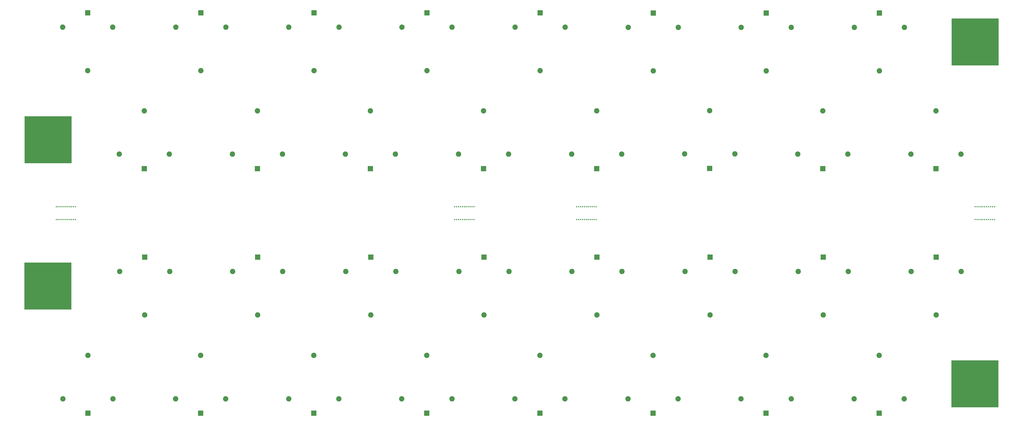
<source format=gbs>
G04 #@! TF.GenerationSoftware,KiCad,Pcbnew,7.0.2*
G04 #@! TF.CreationDate,2024-02-27T17:42:23-06:00*
G04 #@! TF.ProjectId,CapBankBreakout,43617042-616e-46b4-9272-65616b6f7574,rev?*
G04 #@! TF.SameCoordinates,Original*
G04 #@! TF.FileFunction,Soldermask,Bot*
G04 #@! TF.FilePolarity,Negative*
%FSLAX46Y46*%
G04 Gerber Fmt 4.6, Leading zero omitted, Abs format (unit mm)*
G04 Created by KiCad (PCBNEW 7.0.2) date 2024-02-27 17:42:23*
%MOMM*%
%LPD*%
G01*
G04 APERTURE LIST*
%ADD10R,18.288000X18.288000*%
%ADD11C,0.500000*%
%ADD12R,2.082800X2.082800*%
%ADD13C,2.082800*%
G04 APERTURE END LIST*
D10*
X135585000Y-168965000D03*
D11*
X341250000Y-195000000D03*
X341250000Y-200000000D03*
X342000000Y-195000000D03*
X342000000Y-195000000D03*
X342000000Y-200000000D03*
X342000000Y-200000000D03*
X342750000Y-195000000D03*
X342750000Y-200000000D03*
X343500000Y-195000000D03*
X343500000Y-200000000D03*
X344250000Y-195000000D03*
X344250000Y-200000000D03*
X345000000Y-195000000D03*
X345000000Y-200000000D03*
X345750000Y-195000000D03*
X345750000Y-200000000D03*
X346500000Y-195000000D03*
X346500000Y-200000000D03*
X347250000Y-195000000D03*
X347250000Y-200000000D03*
X348000000Y-195000000D03*
X348000000Y-200000000D03*
X348750000Y-195000000D03*
X348750000Y-200000000D03*
D12*
X216994998Y-180175709D03*
D13*
X216994998Y-157675709D03*
X226737784Y-174550709D03*
X207252212Y-174550709D03*
D12*
X414927000Y-275457559D03*
D13*
X414927000Y-252957559D03*
X424669786Y-269832559D03*
X405184214Y-269832559D03*
D12*
X282927000Y-275457559D03*
D13*
X282927000Y-252957559D03*
X292669786Y-269832559D03*
X273184214Y-269832559D03*
D12*
X349130000Y-214649968D03*
D13*
X349130000Y-237149968D03*
X339387214Y-220274968D03*
X358872786Y-220274968D03*
D12*
X282994998Y-119495409D03*
D13*
X282994998Y-141995409D03*
X273252212Y-125120409D03*
X292737784Y-125120409D03*
D11*
X146250000Y-200000000D03*
X146250000Y-195000000D03*
X145500000Y-200000000D03*
X145500000Y-200000000D03*
X145500000Y-195000000D03*
X145500000Y-195000000D03*
X144750000Y-200000000D03*
X144750000Y-195000000D03*
X144000000Y-200000000D03*
X144000000Y-195000000D03*
X143250000Y-200000000D03*
X143250000Y-195000000D03*
X142500000Y-200000000D03*
X142500000Y-195000000D03*
X141750000Y-200000000D03*
X141750000Y-195000000D03*
X141000000Y-200000000D03*
X141000000Y-195000000D03*
X140250000Y-200000000D03*
X140250000Y-195000000D03*
X139500000Y-200000000D03*
X139500000Y-195000000D03*
X138750000Y-200000000D03*
X138750000Y-195000000D03*
D12*
X437130000Y-214649968D03*
D13*
X437130000Y-237149968D03*
X427387214Y-220274968D03*
X446872786Y-220274968D03*
D12*
X481130000Y-214649968D03*
D13*
X481130000Y-237149968D03*
X471387214Y-220274968D03*
X490872786Y-220274968D03*
D10*
X496160000Y-264027559D03*
D12*
X326898000Y-275457559D03*
D13*
X326898000Y-252957559D03*
X336640786Y-269832559D03*
X317155214Y-269832559D03*
D12*
X172994998Y-180175709D03*
D13*
X172994998Y-157675709D03*
X182737784Y-174550709D03*
X163252212Y-174550709D03*
D12*
X436994998Y-180175709D03*
D13*
X436994998Y-157675709D03*
X446737784Y-174550709D03*
X427252212Y-174550709D03*
D12*
X458994998Y-119585559D03*
D13*
X458994998Y-142085559D03*
X449252212Y-125210559D03*
X468737784Y-125210559D03*
D11*
X301250000Y-200000000D03*
X301250000Y-195000000D03*
X300500000Y-200000000D03*
X300500000Y-200000000D03*
X300500000Y-195000000D03*
X300500000Y-195000000D03*
X299750000Y-200000000D03*
X299750000Y-195000000D03*
X299000000Y-200000000D03*
X299000000Y-195000000D03*
X298250000Y-200000000D03*
X298250000Y-195000000D03*
X297500000Y-200000000D03*
X297500000Y-195000000D03*
X296750000Y-200000000D03*
X296750000Y-195000000D03*
X296000000Y-200000000D03*
X296000000Y-195000000D03*
X295250000Y-200000000D03*
X295250000Y-195000000D03*
X294500000Y-200000000D03*
X294500000Y-195000000D03*
X293750000Y-200000000D03*
X293750000Y-195000000D03*
D12*
X217130000Y-214649968D03*
D13*
X217130000Y-237149968D03*
X207387214Y-220274968D03*
X226872786Y-220274968D03*
D10*
X135480000Y-225927559D03*
D12*
X150994998Y-119495409D03*
D13*
X150994998Y-141995409D03*
X141252212Y-125120409D03*
X160737784Y-125120409D03*
D12*
X326994998Y-119495409D03*
D13*
X326994998Y-141995409D03*
X317252212Y-125120409D03*
X336737784Y-125120409D03*
D12*
X392994998Y-180085559D03*
D13*
X392994998Y-157585559D03*
X402737784Y-174460559D03*
X383252212Y-174460559D03*
D12*
X370994998Y-119585559D03*
D13*
X370994998Y-142085559D03*
X361252212Y-125210559D03*
X380737784Y-125210559D03*
D12*
X238994998Y-119495409D03*
D13*
X238994998Y-141995409D03*
X229252212Y-125120409D03*
X248737784Y-125120409D03*
D12*
X480994998Y-180175709D03*
D13*
X480994998Y-157675709D03*
X490737784Y-174550709D03*
X471252212Y-174550709D03*
D12*
X458927000Y-275457559D03*
D13*
X458927000Y-252957559D03*
X468669786Y-269832559D03*
X449184214Y-269832559D03*
D12*
X304994998Y-180175709D03*
D13*
X304994998Y-157675709D03*
X314737784Y-174550709D03*
X295252212Y-174550709D03*
D12*
X393130000Y-214649968D03*
D13*
X393130000Y-237149968D03*
X383387214Y-220274968D03*
X402872786Y-220274968D03*
D12*
X260994998Y-180175709D03*
D13*
X260994998Y-157675709D03*
X270737784Y-174550709D03*
X251252212Y-174550709D03*
D12*
X370927000Y-275457559D03*
D13*
X370927000Y-252957559D03*
X380669786Y-269832559D03*
X361184214Y-269832559D03*
D12*
X194927000Y-275457559D03*
D13*
X194927000Y-252957559D03*
X204669786Y-269832559D03*
X185184214Y-269832559D03*
D12*
X194994998Y-119495409D03*
D13*
X194994998Y-141995409D03*
X185252212Y-125120409D03*
X204737784Y-125120409D03*
D12*
X238927000Y-275457559D03*
D13*
X238927000Y-252957559D03*
X248669786Y-269832559D03*
X229184214Y-269832559D03*
D12*
X348994998Y-180175709D03*
D13*
X348994998Y-157675709D03*
X358737784Y-174550709D03*
X339252212Y-174550709D03*
D11*
X496250000Y-195000000D03*
X496250000Y-200000000D03*
X497000000Y-195000000D03*
X497000000Y-195000000D03*
X497000000Y-200000000D03*
X497000000Y-200000000D03*
X497750000Y-195000000D03*
X497750000Y-200000000D03*
X498500000Y-195000000D03*
X498500000Y-200000000D03*
X499250000Y-195000000D03*
X499250000Y-200000000D03*
X500000000Y-195000000D03*
X500000000Y-200000000D03*
X500750000Y-195000000D03*
X500750000Y-200000000D03*
X501500000Y-195000000D03*
X501500000Y-200000000D03*
X502250000Y-195000000D03*
X502250000Y-200000000D03*
X503000000Y-195000000D03*
X503000000Y-200000000D03*
X503750000Y-195000000D03*
X503750000Y-200000000D03*
D10*
X496265000Y-130865000D03*
D12*
X261130000Y-214649968D03*
D13*
X261130000Y-237149968D03*
X251387214Y-220274968D03*
X270872786Y-220274968D03*
D12*
X151079000Y-275457559D03*
D13*
X151079000Y-252957559D03*
X160821786Y-269832559D03*
X141336214Y-269832559D03*
D12*
X305130000Y-214649968D03*
D13*
X305130000Y-237149968D03*
X295387214Y-220274968D03*
X314872786Y-220274968D03*
D12*
X414994998Y-119585559D03*
D13*
X414994998Y-142085559D03*
X405252212Y-125210559D03*
X424737784Y-125210559D03*
D12*
X173130000Y-214649968D03*
D13*
X173130000Y-237149968D03*
X163387214Y-220274968D03*
X182872786Y-220274968D03*
D11*
X146250000Y-200000000D03*
X146250000Y-195000000D03*
X145500000Y-200000000D03*
X145500000Y-200000000D03*
X145500000Y-195000000D03*
X145500000Y-195000000D03*
X144750000Y-200000000D03*
X144750000Y-195000000D03*
X144000000Y-200000000D03*
X144000000Y-195000000D03*
X143250000Y-200000000D03*
X143250000Y-195000000D03*
X142500000Y-200000000D03*
X142500000Y-195000000D03*
X141750000Y-200000000D03*
X141750000Y-195000000D03*
X141000000Y-200000000D03*
X141000000Y-195000000D03*
X140250000Y-200000000D03*
X140250000Y-195000000D03*
X139500000Y-200000000D03*
X139500000Y-195000000D03*
X138750000Y-200000000D03*
X138750000Y-195000000D03*
M02*

</source>
